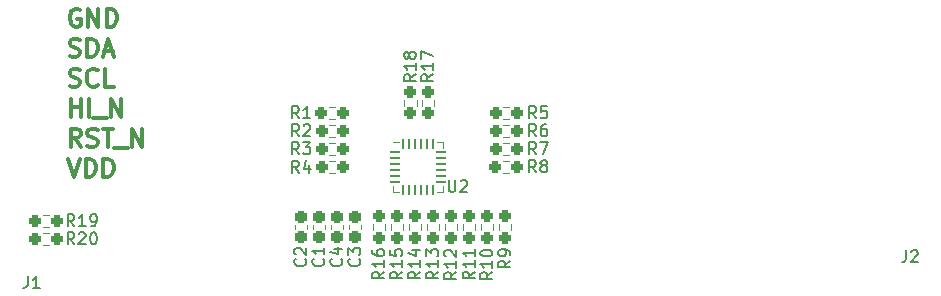
<source format=gto>
%TF.GenerationSoftware,KiCad,Pcbnew,7.0.5*%
%TF.CreationDate,2025-04-23T02:04:11+08:00*%
%TF.ProjectId,touch-test-board,746f7563-682d-4746-9573-742d626f6172,rev?*%
%TF.SameCoordinates,Original*%
%TF.FileFunction,Legend,Top*%
%TF.FilePolarity,Positive*%
%FSLAX46Y46*%
G04 Gerber Fmt 4.6, Leading zero omitted, Abs format (unit mm)*
G04 Created by KiCad (PCBNEW 7.0.5) date 2025-04-23 02:04:11*
%MOMM*%
%LPD*%
G01*
G04 APERTURE LIST*
G04 Aperture macros list*
%AMRoundRect*
0 Rectangle with rounded corners*
0 $1 Rounding radius*
0 $2 $3 $4 $5 $6 $7 $8 $9 X,Y pos of 4 corners*
0 Add a 4 corners polygon primitive as box body*
4,1,4,$2,$3,$4,$5,$6,$7,$8,$9,$2,$3,0*
0 Add four circle primitives for the rounded corners*
1,1,$1+$1,$2,$3*
1,1,$1+$1,$4,$5*
1,1,$1+$1,$6,$7*
1,1,$1+$1,$8,$9*
0 Add four rect primitives between the rounded corners*
20,1,$1+$1,$2,$3,$4,$5,0*
20,1,$1+$1,$4,$5,$6,$7,0*
20,1,$1+$1,$6,$7,$8,$9,0*
20,1,$1+$1,$8,$9,$2,$3,0*%
%AMFreePoly0*
4,1,7,2.000000,3.000000,6.000000,3.000000,6.000000,-8.000000,-4.000000,-8.000000,-4.000000,17.000000,2.000000,17.000000,2.000000,3.000000,2.000000,3.000000,$1*%
%AMFreePoly1*
4,1,9,2.000000,5.957574,5.000000,5.957574,5.000000,-5.000000,-5.000000,-5.000000,-5.000000,6.000000,-2.000000,6.000000,-2.000000,20.000000,2.000000,20.000000,2.000000,5.957574,2.000000,5.957574,$1*%
%AMFreePoly2*
4,1,7,5.000000,-5.060000,-5.000000,-5.060000,-5.000000,6.000000,-1.000000,6.000000,-1.000000,19.940000,5.000000,19.940000,5.000000,-5.060000,5.000000,-5.060000,$1*%
%AMFreePoly3*
4,1,7,-2.250000,6.000000,3.500000,6.000000,3.500000,-5.000000,-6.500000,-5.000000,-6.500000,20.000000,-2.250000,20.000000,-2.250000,6.000000,-2.250000,6.000000,$1*%
%AMFreePoly4*
4,1,9,2.500000,7.000000,6.000000,7.000000,6.000000,-4.000000,-4.500000,-4.000000,-4.500000,7.000000,-3.250000,7.000000,-3.250000,21.000000,2.500000,21.000000,2.500000,7.000000,2.500000,7.000000,$1*%
%AMFreePoly5*
4,1,9,4.250000,7.000000,6.000000,7.000000,6.000000,-4.000000,-4.500000,-4.000000,-4.500000,7.000000,-1.000000,7.000000,-1.000000,21.000000,4.250000,21.000000,4.250000,7.000000,4.250000,7.000000,$1*%
%AMFreePoly6*
4,1,7,5.000000,-4.000000,-4.500000,-4.000000,-4.500000,7.000000,0.750000,7.000000,0.750000,21.000000,5.000000,21.000000,5.000000,-4.000000,5.000000,-4.000000,$1*%
G04 Aperture macros list end*
%ADD10C,0.300000*%
%ADD11C,0.150000*%
%ADD12C,0.120000*%
%ADD13RoundRect,0.237500X0.237500X-0.250000X0.237500X0.250000X-0.237500X0.250000X-0.237500X-0.250000X0*%
%ADD14RoundRect,0.237500X-0.237500X0.300000X-0.237500X-0.300000X0.237500X-0.300000X0.237500X0.300000X0*%
%ADD15FreePoly0,0.000000*%
%ADD16R,6.000000X13.000000*%
%ADD17FreePoly1,0.000000*%
%ADD18FreePoly2,0.000000*%
%ADD19FreePoly3,0.000000*%
%ADD20FreePoly4,0.000000*%
%ADD21FreePoly5,0.000000*%
%ADD22FreePoly6,0.000000*%
%ADD23RoundRect,0.237500X-0.250000X-0.237500X0.250000X-0.237500X0.250000X0.237500X-0.250000X0.237500X0*%
%ADD24RoundRect,0.237500X0.250000X0.237500X-0.250000X0.237500X-0.250000X-0.237500X0.250000X-0.237500X0*%
%ADD25RoundRect,0.062500X-0.350000X-0.062500X0.350000X-0.062500X0.350000X0.062500X-0.350000X0.062500X0*%
%ADD26RoundRect,0.062500X-0.062500X-0.350000X0.062500X-0.350000X0.062500X0.350000X-0.062500X0.350000X0*%
%ADD27R,2.600000X2.600000*%
%ADD28R,10.000000X10.000000*%
%ADD29R,1.700000X1.700000*%
%ADD30O,1.700000X1.700000*%
G04 APERTURE END LIST*
D10*
X108185156Y-78698400D02*
X108399442Y-78769828D01*
X108399442Y-78769828D02*
X108756584Y-78769828D01*
X108756584Y-78769828D02*
X108899442Y-78698400D01*
X108899442Y-78698400D02*
X108970870Y-78626971D01*
X108970870Y-78626971D02*
X109042299Y-78484114D01*
X109042299Y-78484114D02*
X109042299Y-78341257D01*
X109042299Y-78341257D02*
X108970870Y-78198400D01*
X108970870Y-78198400D02*
X108899442Y-78126971D01*
X108899442Y-78126971D02*
X108756584Y-78055542D01*
X108756584Y-78055542D02*
X108470870Y-77984114D01*
X108470870Y-77984114D02*
X108328013Y-77912685D01*
X108328013Y-77912685D02*
X108256584Y-77841257D01*
X108256584Y-77841257D02*
X108185156Y-77698400D01*
X108185156Y-77698400D02*
X108185156Y-77555542D01*
X108185156Y-77555542D02*
X108256584Y-77412685D01*
X108256584Y-77412685D02*
X108328013Y-77341257D01*
X108328013Y-77341257D02*
X108470870Y-77269828D01*
X108470870Y-77269828D02*
X108828013Y-77269828D01*
X108828013Y-77269828D02*
X109042299Y-77341257D01*
X109685155Y-78769828D02*
X109685155Y-77269828D01*
X109685155Y-77269828D02*
X110042298Y-77269828D01*
X110042298Y-77269828D02*
X110256584Y-77341257D01*
X110256584Y-77341257D02*
X110399441Y-77484114D01*
X110399441Y-77484114D02*
X110470870Y-77626971D01*
X110470870Y-77626971D02*
X110542298Y-77912685D01*
X110542298Y-77912685D02*
X110542298Y-78126971D01*
X110542298Y-78126971D02*
X110470870Y-78412685D01*
X110470870Y-78412685D02*
X110399441Y-78555542D01*
X110399441Y-78555542D02*
X110256584Y-78698400D01*
X110256584Y-78698400D02*
X110042298Y-78769828D01*
X110042298Y-78769828D02*
X109685155Y-78769828D01*
X111113727Y-78341257D02*
X111828013Y-78341257D01*
X110970870Y-78769828D02*
X111470870Y-77269828D01*
X111470870Y-77269828D02*
X111970870Y-78769828D01*
X109042299Y-74801257D02*
X108899442Y-74729828D01*
X108899442Y-74729828D02*
X108685156Y-74729828D01*
X108685156Y-74729828D02*
X108470870Y-74801257D01*
X108470870Y-74801257D02*
X108328013Y-74944114D01*
X108328013Y-74944114D02*
X108256584Y-75086971D01*
X108256584Y-75086971D02*
X108185156Y-75372685D01*
X108185156Y-75372685D02*
X108185156Y-75586971D01*
X108185156Y-75586971D02*
X108256584Y-75872685D01*
X108256584Y-75872685D02*
X108328013Y-76015542D01*
X108328013Y-76015542D02*
X108470870Y-76158400D01*
X108470870Y-76158400D02*
X108685156Y-76229828D01*
X108685156Y-76229828D02*
X108828013Y-76229828D01*
X108828013Y-76229828D02*
X109042299Y-76158400D01*
X109042299Y-76158400D02*
X109113727Y-76086971D01*
X109113727Y-76086971D02*
X109113727Y-75586971D01*
X109113727Y-75586971D02*
X108828013Y-75586971D01*
X109756584Y-76229828D02*
X109756584Y-74729828D01*
X109756584Y-74729828D02*
X110613727Y-76229828D01*
X110613727Y-76229828D02*
X110613727Y-74729828D01*
X111328013Y-76229828D02*
X111328013Y-74729828D01*
X111328013Y-74729828D02*
X111685156Y-74729828D01*
X111685156Y-74729828D02*
X111899442Y-74801257D01*
X111899442Y-74801257D02*
X112042299Y-74944114D01*
X112042299Y-74944114D02*
X112113728Y-75086971D01*
X112113728Y-75086971D02*
X112185156Y-75372685D01*
X112185156Y-75372685D02*
X112185156Y-75586971D01*
X112185156Y-75586971D02*
X112113728Y-75872685D01*
X112113728Y-75872685D02*
X112042299Y-76015542D01*
X112042299Y-76015542D02*
X111899442Y-76158400D01*
X111899442Y-76158400D02*
X111685156Y-76229828D01*
X111685156Y-76229828D02*
X111328013Y-76229828D01*
X109113727Y-86389828D02*
X108613727Y-85675542D01*
X108256584Y-86389828D02*
X108256584Y-84889828D01*
X108256584Y-84889828D02*
X108828013Y-84889828D01*
X108828013Y-84889828D02*
X108970870Y-84961257D01*
X108970870Y-84961257D02*
X109042299Y-85032685D01*
X109042299Y-85032685D02*
X109113727Y-85175542D01*
X109113727Y-85175542D02*
X109113727Y-85389828D01*
X109113727Y-85389828D02*
X109042299Y-85532685D01*
X109042299Y-85532685D02*
X108970870Y-85604114D01*
X108970870Y-85604114D02*
X108828013Y-85675542D01*
X108828013Y-85675542D02*
X108256584Y-85675542D01*
X109685156Y-86318400D02*
X109899442Y-86389828D01*
X109899442Y-86389828D02*
X110256584Y-86389828D01*
X110256584Y-86389828D02*
X110399442Y-86318400D01*
X110399442Y-86318400D02*
X110470870Y-86246971D01*
X110470870Y-86246971D02*
X110542299Y-86104114D01*
X110542299Y-86104114D02*
X110542299Y-85961257D01*
X110542299Y-85961257D02*
X110470870Y-85818400D01*
X110470870Y-85818400D02*
X110399442Y-85746971D01*
X110399442Y-85746971D02*
X110256584Y-85675542D01*
X110256584Y-85675542D02*
X109970870Y-85604114D01*
X109970870Y-85604114D02*
X109828013Y-85532685D01*
X109828013Y-85532685D02*
X109756584Y-85461257D01*
X109756584Y-85461257D02*
X109685156Y-85318400D01*
X109685156Y-85318400D02*
X109685156Y-85175542D01*
X109685156Y-85175542D02*
X109756584Y-85032685D01*
X109756584Y-85032685D02*
X109828013Y-84961257D01*
X109828013Y-84961257D02*
X109970870Y-84889828D01*
X109970870Y-84889828D02*
X110328013Y-84889828D01*
X110328013Y-84889828D02*
X110542299Y-84961257D01*
X110970870Y-84889828D02*
X111828013Y-84889828D01*
X111399441Y-86389828D02*
X111399441Y-84889828D01*
X111970870Y-86532685D02*
X113113727Y-86532685D01*
X113470869Y-86389828D02*
X113470869Y-84889828D01*
X113470869Y-84889828D02*
X114328012Y-86389828D01*
X114328012Y-86389828D02*
X114328012Y-84889828D01*
X108185156Y-81238400D02*
X108399442Y-81309828D01*
X108399442Y-81309828D02*
X108756584Y-81309828D01*
X108756584Y-81309828D02*
X108899442Y-81238400D01*
X108899442Y-81238400D02*
X108970870Y-81166971D01*
X108970870Y-81166971D02*
X109042299Y-81024114D01*
X109042299Y-81024114D02*
X109042299Y-80881257D01*
X109042299Y-80881257D02*
X108970870Y-80738400D01*
X108970870Y-80738400D02*
X108899442Y-80666971D01*
X108899442Y-80666971D02*
X108756584Y-80595542D01*
X108756584Y-80595542D02*
X108470870Y-80524114D01*
X108470870Y-80524114D02*
X108328013Y-80452685D01*
X108328013Y-80452685D02*
X108256584Y-80381257D01*
X108256584Y-80381257D02*
X108185156Y-80238400D01*
X108185156Y-80238400D02*
X108185156Y-80095542D01*
X108185156Y-80095542D02*
X108256584Y-79952685D01*
X108256584Y-79952685D02*
X108328013Y-79881257D01*
X108328013Y-79881257D02*
X108470870Y-79809828D01*
X108470870Y-79809828D02*
X108828013Y-79809828D01*
X108828013Y-79809828D02*
X109042299Y-79881257D01*
X110542298Y-81166971D02*
X110470870Y-81238400D01*
X110470870Y-81238400D02*
X110256584Y-81309828D01*
X110256584Y-81309828D02*
X110113727Y-81309828D01*
X110113727Y-81309828D02*
X109899441Y-81238400D01*
X109899441Y-81238400D02*
X109756584Y-81095542D01*
X109756584Y-81095542D02*
X109685155Y-80952685D01*
X109685155Y-80952685D02*
X109613727Y-80666971D01*
X109613727Y-80666971D02*
X109613727Y-80452685D01*
X109613727Y-80452685D02*
X109685155Y-80166971D01*
X109685155Y-80166971D02*
X109756584Y-80024114D01*
X109756584Y-80024114D02*
X109899441Y-79881257D01*
X109899441Y-79881257D02*
X110113727Y-79809828D01*
X110113727Y-79809828D02*
X110256584Y-79809828D01*
X110256584Y-79809828D02*
X110470870Y-79881257D01*
X110470870Y-79881257D02*
X110542298Y-79952685D01*
X111899441Y-81309828D02*
X111185155Y-81309828D01*
X111185155Y-81309828D02*
X111185155Y-79809828D01*
X108256584Y-83849828D02*
X108256584Y-82349828D01*
X108256584Y-83064114D02*
X109113727Y-83064114D01*
X109113727Y-83849828D02*
X109113727Y-82349828D01*
X109828013Y-83849828D02*
X109828013Y-82349828D01*
X110185157Y-83992685D02*
X111328014Y-83992685D01*
X111685156Y-83849828D02*
X111685156Y-82349828D01*
X111685156Y-82349828D02*
X112542299Y-83849828D01*
X112542299Y-83849828D02*
X112542299Y-82349828D01*
X108042299Y-87429828D02*
X108542299Y-88929828D01*
X108542299Y-88929828D02*
X109042299Y-87429828D01*
X109542298Y-88929828D02*
X109542298Y-87429828D01*
X109542298Y-87429828D02*
X109899441Y-87429828D01*
X109899441Y-87429828D02*
X110113727Y-87501257D01*
X110113727Y-87501257D02*
X110256584Y-87644114D01*
X110256584Y-87644114D02*
X110328013Y-87786971D01*
X110328013Y-87786971D02*
X110399441Y-88072685D01*
X110399441Y-88072685D02*
X110399441Y-88286971D01*
X110399441Y-88286971D02*
X110328013Y-88572685D01*
X110328013Y-88572685D02*
X110256584Y-88715542D01*
X110256584Y-88715542D02*
X110113727Y-88858400D01*
X110113727Y-88858400D02*
X109899441Y-88929828D01*
X109899441Y-88929828D02*
X109542298Y-88929828D01*
X111042298Y-88929828D02*
X111042298Y-87429828D01*
X111042298Y-87429828D02*
X111399441Y-87429828D01*
X111399441Y-87429828D02*
X111613727Y-87501257D01*
X111613727Y-87501257D02*
X111756584Y-87644114D01*
X111756584Y-87644114D02*
X111828013Y-87786971D01*
X111828013Y-87786971D02*
X111899441Y-88072685D01*
X111899441Y-88072685D02*
X111899441Y-88286971D01*
X111899441Y-88286971D02*
X111828013Y-88572685D01*
X111828013Y-88572685D02*
X111756584Y-88715542D01*
X111756584Y-88715542D02*
X111613727Y-88858400D01*
X111613727Y-88858400D02*
X111399441Y-88929828D01*
X111399441Y-88929828D02*
X111042298Y-88929828D01*
D11*
%TO.C,R9*%
X145488819Y-96050166D02*
X145012628Y-96383499D01*
X145488819Y-96621594D02*
X144488819Y-96621594D01*
X144488819Y-96621594D02*
X144488819Y-96240642D01*
X144488819Y-96240642D02*
X144536438Y-96145404D01*
X144536438Y-96145404D02*
X144584057Y-96097785D01*
X144584057Y-96097785D02*
X144679295Y-96050166D01*
X144679295Y-96050166D02*
X144822152Y-96050166D01*
X144822152Y-96050166D02*
X144917390Y-96097785D01*
X144917390Y-96097785D02*
X144965009Y-96145404D01*
X144965009Y-96145404D02*
X145012628Y-96240642D01*
X145012628Y-96240642D02*
X145012628Y-96621594D01*
X145488819Y-95573975D02*
X145488819Y-95383499D01*
X145488819Y-95383499D02*
X145441200Y-95288261D01*
X145441200Y-95288261D02*
X145393580Y-95240642D01*
X145393580Y-95240642D02*
X145250723Y-95145404D01*
X145250723Y-95145404D02*
X145060247Y-95097785D01*
X145060247Y-95097785D02*
X144679295Y-95097785D01*
X144679295Y-95097785D02*
X144584057Y-95145404D01*
X144584057Y-95145404D02*
X144536438Y-95193023D01*
X144536438Y-95193023D02*
X144488819Y-95288261D01*
X144488819Y-95288261D02*
X144488819Y-95478737D01*
X144488819Y-95478737D02*
X144536438Y-95573975D01*
X144536438Y-95573975D02*
X144584057Y-95621594D01*
X144584057Y-95621594D02*
X144679295Y-95669213D01*
X144679295Y-95669213D02*
X144917390Y-95669213D01*
X144917390Y-95669213D02*
X145012628Y-95621594D01*
X145012628Y-95621594D02*
X145060247Y-95573975D01*
X145060247Y-95573975D02*
X145107866Y-95478737D01*
X145107866Y-95478737D02*
X145107866Y-95288261D01*
X145107866Y-95288261D02*
X145060247Y-95193023D01*
X145060247Y-95193023D02*
X145012628Y-95145404D01*
X145012628Y-95145404D02*
X144917390Y-95097785D01*
%TO.C,R10*%
X143964819Y-97034357D02*
X143488628Y-97367690D01*
X143964819Y-97605785D02*
X142964819Y-97605785D01*
X142964819Y-97605785D02*
X142964819Y-97224833D01*
X142964819Y-97224833D02*
X143012438Y-97129595D01*
X143012438Y-97129595D02*
X143060057Y-97081976D01*
X143060057Y-97081976D02*
X143155295Y-97034357D01*
X143155295Y-97034357D02*
X143298152Y-97034357D01*
X143298152Y-97034357D02*
X143393390Y-97081976D01*
X143393390Y-97081976D02*
X143441009Y-97129595D01*
X143441009Y-97129595D02*
X143488628Y-97224833D01*
X143488628Y-97224833D02*
X143488628Y-97605785D01*
X143964819Y-96081976D02*
X143964819Y-96653404D01*
X143964819Y-96367690D02*
X142964819Y-96367690D01*
X142964819Y-96367690D02*
X143107676Y-96462928D01*
X143107676Y-96462928D02*
X143202914Y-96558166D01*
X143202914Y-96558166D02*
X143250533Y-96653404D01*
X142964819Y-95462928D02*
X142964819Y-95367690D01*
X142964819Y-95367690D02*
X143012438Y-95272452D01*
X143012438Y-95272452D02*
X143060057Y-95224833D01*
X143060057Y-95224833D02*
X143155295Y-95177214D01*
X143155295Y-95177214D02*
X143345771Y-95129595D01*
X143345771Y-95129595D02*
X143583866Y-95129595D01*
X143583866Y-95129595D02*
X143774342Y-95177214D01*
X143774342Y-95177214D02*
X143869580Y-95224833D01*
X143869580Y-95224833D02*
X143917200Y-95272452D01*
X143917200Y-95272452D02*
X143964819Y-95367690D01*
X143964819Y-95367690D02*
X143964819Y-95462928D01*
X143964819Y-95462928D02*
X143917200Y-95558166D01*
X143917200Y-95558166D02*
X143869580Y-95605785D01*
X143869580Y-95605785D02*
X143774342Y-95653404D01*
X143774342Y-95653404D02*
X143583866Y-95701023D01*
X143583866Y-95701023D02*
X143345771Y-95701023D01*
X143345771Y-95701023D02*
X143155295Y-95653404D01*
X143155295Y-95653404D02*
X143060057Y-95605785D01*
X143060057Y-95605785D02*
X143012438Y-95558166D01*
X143012438Y-95558166D02*
X142964819Y-95462928D01*
%TO.C,C3*%
X132693580Y-95899666D02*
X132741200Y-95947285D01*
X132741200Y-95947285D02*
X132788819Y-96090142D01*
X132788819Y-96090142D02*
X132788819Y-96185380D01*
X132788819Y-96185380D02*
X132741200Y-96328237D01*
X132741200Y-96328237D02*
X132645961Y-96423475D01*
X132645961Y-96423475D02*
X132550723Y-96471094D01*
X132550723Y-96471094D02*
X132360247Y-96518713D01*
X132360247Y-96518713D02*
X132217390Y-96518713D01*
X132217390Y-96518713D02*
X132026914Y-96471094D01*
X132026914Y-96471094D02*
X131931676Y-96423475D01*
X131931676Y-96423475D02*
X131836438Y-96328237D01*
X131836438Y-96328237D02*
X131788819Y-96185380D01*
X131788819Y-96185380D02*
X131788819Y-96090142D01*
X131788819Y-96090142D02*
X131836438Y-95947285D01*
X131836438Y-95947285D02*
X131884057Y-95899666D01*
X131788819Y-95566332D02*
X131788819Y-94947285D01*
X131788819Y-94947285D02*
X132169771Y-95280618D01*
X132169771Y-95280618D02*
X132169771Y-95137761D01*
X132169771Y-95137761D02*
X132217390Y-95042523D01*
X132217390Y-95042523D02*
X132265009Y-94994904D01*
X132265009Y-94994904D02*
X132360247Y-94947285D01*
X132360247Y-94947285D02*
X132598342Y-94947285D01*
X132598342Y-94947285D02*
X132693580Y-94994904D01*
X132693580Y-94994904D02*
X132741200Y-95042523D01*
X132741200Y-95042523D02*
X132788819Y-95137761D01*
X132788819Y-95137761D02*
X132788819Y-95423475D01*
X132788819Y-95423475D02*
X132741200Y-95518713D01*
X132741200Y-95518713D02*
X132693580Y-95566332D01*
%TO.C,R18*%
X137490856Y-80273857D02*
X137014665Y-80607190D01*
X137490856Y-80845285D02*
X136490856Y-80845285D01*
X136490856Y-80845285D02*
X136490856Y-80464333D01*
X136490856Y-80464333D02*
X136538475Y-80369095D01*
X136538475Y-80369095D02*
X136586094Y-80321476D01*
X136586094Y-80321476D02*
X136681332Y-80273857D01*
X136681332Y-80273857D02*
X136824189Y-80273857D01*
X136824189Y-80273857D02*
X136919427Y-80321476D01*
X136919427Y-80321476D02*
X136967046Y-80369095D01*
X136967046Y-80369095D02*
X137014665Y-80464333D01*
X137014665Y-80464333D02*
X137014665Y-80845285D01*
X137490856Y-79321476D02*
X137490856Y-79892904D01*
X137490856Y-79607190D02*
X136490856Y-79607190D01*
X136490856Y-79607190D02*
X136633713Y-79702428D01*
X136633713Y-79702428D02*
X136728951Y-79797666D01*
X136728951Y-79797666D02*
X136776570Y-79892904D01*
X136919427Y-78750047D02*
X136871808Y-78845285D01*
X136871808Y-78845285D02*
X136824189Y-78892904D01*
X136824189Y-78892904D02*
X136728951Y-78940523D01*
X136728951Y-78940523D02*
X136681332Y-78940523D01*
X136681332Y-78940523D02*
X136586094Y-78892904D01*
X136586094Y-78892904D02*
X136538475Y-78845285D01*
X136538475Y-78845285D02*
X136490856Y-78750047D01*
X136490856Y-78750047D02*
X136490856Y-78559571D01*
X136490856Y-78559571D02*
X136538475Y-78464333D01*
X136538475Y-78464333D02*
X136586094Y-78416714D01*
X136586094Y-78416714D02*
X136681332Y-78369095D01*
X136681332Y-78369095D02*
X136728951Y-78369095D01*
X136728951Y-78369095D02*
X136824189Y-78416714D01*
X136824189Y-78416714D02*
X136871808Y-78464333D01*
X136871808Y-78464333D02*
X136919427Y-78559571D01*
X136919427Y-78559571D02*
X136919427Y-78750047D01*
X136919427Y-78750047D02*
X136967046Y-78845285D01*
X136967046Y-78845285D02*
X137014665Y-78892904D01*
X137014665Y-78892904D02*
X137109903Y-78940523D01*
X137109903Y-78940523D02*
X137300379Y-78940523D01*
X137300379Y-78940523D02*
X137395617Y-78892904D01*
X137395617Y-78892904D02*
X137443237Y-78845285D01*
X137443237Y-78845285D02*
X137490856Y-78750047D01*
X137490856Y-78750047D02*
X137490856Y-78559571D01*
X137490856Y-78559571D02*
X137443237Y-78464333D01*
X137443237Y-78464333D02*
X137395617Y-78416714D01*
X137395617Y-78416714D02*
X137300379Y-78369095D01*
X137300379Y-78369095D02*
X137109903Y-78369095D01*
X137109903Y-78369095D02*
X137014665Y-78416714D01*
X137014665Y-78416714D02*
X136967046Y-78464333D01*
X136967046Y-78464333D02*
X136919427Y-78559571D01*
%TO.C,R13*%
X139392819Y-96987357D02*
X138916628Y-97320690D01*
X139392819Y-97558785D02*
X138392819Y-97558785D01*
X138392819Y-97558785D02*
X138392819Y-97177833D01*
X138392819Y-97177833D02*
X138440438Y-97082595D01*
X138440438Y-97082595D02*
X138488057Y-97034976D01*
X138488057Y-97034976D02*
X138583295Y-96987357D01*
X138583295Y-96987357D02*
X138726152Y-96987357D01*
X138726152Y-96987357D02*
X138821390Y-97034976D01*
X138821390Y-97034976D02*
X138869009Y-97082595D01*
X138869009Y-97082595D02*
X138916628Y-97177833D01*
X138916628Y-97177833D02*
X138916628Y-97558785D01*
X139392819Y-96034976D02*
X139392819Y-96606404D01*
X139392819Y-96320690D02*
X138392819Y-96320690D01*
X138392819Y-96320690D02*
X138535676Y-96415928D01*
X138535676Y-96415928D02*
X138630914Y-96511166D01*
X138630914Y-96511166D02*
X138678533Y-96606404D01*
X138392819Y-95701642D02*
X138392819Y-95082595D01*
X138392819Y-95082595D02*
X138773771Y-95415928D01*
X138773771Y-95415928D02*
X138773771Y-95273071D01*
X138773771Y-95273071D02*
X138821390Y-95177833D01*
X138821390Y-95177833D02*
X138869009Y-95130214D01*
X138869009Y-95130214D02*
X138964247Y-95082595D01*
X138964247Y-95082595D02*
X139202342Y-95082595D01*
X139202342Y-95082595D02*
X139297580Y-95130214D01*
X139297580Y-95130214D02*
X139345200Y-95177833D01*
X139345200Y-95177833D02*
X139392819Y-95273071D01*
X139392819Y-95273071D02*
X139392819Y-95558785D01*
X139392819Y-95558785D02*
X139345200Y-95654023D01*
X139345200Y-95654023D02*
X139297580Y-95701642D01*
%TO.C,J1*%
X104640277Y-97373819D02*
X104640277Y-98088104D01*
X104640277Y-98088104D02*
X104592658Y-98230961D01*
X104592658Y-98230961D02*
X104497420Y-98326200D01*
X104497420Y-98326200D02*
X104354563Y-98373819D01*
X104354563Y-98373819D02*
X104259325Y-98373819D01*
X105640277Y-98373819D02*
X105068849Y-98373819D01*
X105354563Y-98373819D02*
X105354563Y-97373819D01*
X105354563Y-97373819D02*
X105259325Y-97516676D01*
X105259325Y-97516676D02*
X105164087Y-97611914D01*
X105164087Y-97611914D02*
X105068849Y-97659533D01*
%TO.C,R2*%
X127621870Y-85519819D02*
X127288537Y-85043628D01*
X127050442Y-85519819D02*
X127050442Y-84519819D01*
X127050442Y-84519819D02*
X127431394Y-84519819D01*
X127431394Y-84519819D02*
X127526632Y-84567438D01*
X127526632Y-84567438D02*
X127574251Y-84615057D01*
X127574251Y-84615057D02*
X127621870Y-84710295D01*
X127621870Y-84710295D02*
X127621870Y-84853152D01*
X127621870Y-84853152D02*
X127574251Y-84948390D01*
X127574251Y-84948390D02*
X127526632Y-84996009D01*
X127526632Y-84996009D02*
X127431394Y-85043628D01*
X127431394Y-85043628D02*
X127050442Y-85043628D01*
X128002823Y-84615057D02*
X128050442Y-84567438D01*
X128050442Y-84567438D02*
X128145680Y-84519819D01*
X128145680Y-84519819D02*
X128383775Y-84519819D01*
X128383775Y-84519819D02*
X128479013Y-84567438D01*
X128479013Y-84567438D02*
X128526632Y-84615057D01*
X128526632Y-84615057D02*
X128574251Y-84710295D01*
X128574251Y-84710295D02*
X128574251Y-84805533D01*
X128574251Y-84805533D02*
X128526632Y-84948390D01*
X128526632Y-84948390D02*
X127955204Y-85519819D01*
X127955204Y-85519819D02*
X128574251Y-85519819D01*
%TO.C,R4*%
X127606870Y-88597819D02*
X127273537Y-88121628D01*
X127035442Y-88597819D02*
X127035442Y-87597819D01*
X127035442Y-87597819D02*
X127416394Y-87597819D01*
X127416394Y-87597819D02*
X127511632Y-87645438D01*
X127511632Y-87645438D02*
X127559251Y-87693057D01*
X127559251Y-87693057D02*
X127606870Y-87788295D01*
X127606870Y-87788295D02*
X127606870Y-87931152D01*
X127606870Y-87931152D02*
X127559251Y-88026390D01*
X127559251Y-88026390D02*
X127511632Y-88074009D01*
X127511632Y-88074009D02*
X127416394Y-88121628D01*
X127416394Y-88121628D02*
X127035442Y-88121628D01*
X128464013Y-87931152D02*
X128464013Y-88597819D01*
X128225918Y-87550200D02*
X127987823Y-88264485D01*
X127987823Y-88264485D02*
X128606870Y-88264485D01*
%TO.C,C1*%
X129645580Y-95899666D02*
X129693200Y-95947285D01*
X129693200Y-95947285D02*
X129740819Y-96090142D01*
X129740819Y-96090142D02*
X129740819Y-96185380D01*
X129740819Y-96185380D02*
X129693200Y-96328237D01*
X129693200Y-96328237D02*
X129597961Y-96423475D01*
X129597961Y-96423475D02*
X129502723Y-96471094D01*
X129502723Y-96471094D02*
X129312247Y-96518713D01*
X129312247Y-96518713D02*
X129169390Y-96518713D01*
X129169390Y-96518713D02*
X128978914Y-96471094D01*
X128978914Y-96471094D02*
X128883676Y-96423475D01*
X128883676Y-96423475D02*
X128788438Y-96328237D01*
X128788438Y-96328237D02*
X128740819Y-96185380D01*
X128740819Y-96185380D02*
X128740819Y-96090142D01*
X128740819Y-96090142D02*
X128788438Y-95947285D01*
X128788438Y-95947285D02*
X128836057Y-95899666D01*
X129740819Y-94947285D02*
X129740819Y-95518713D01*
X129740819Y-95232999D02*
X128740819Y-95232999D01*
X128740819Y-95232999D02*
X128883676Y-95328237D01*
X128883676Y-95328237D02*
X128978914Y-95423475D01*
X128978914Y-95423475D02*
X129026533Y-95518713D01*
%TO.C,R8*%
X147661333Y-88567819D02*
X147328000Y-88091628D01*
X147089905Y-88567819D02*
X147089905Y-87567819D01*
X147089905Y-87567819D02*
X147470857Y-87567819D01*
X147470857Y-87567819D02*
X147566095Y-87615438D01*
X147566095Y-87615438D02*
X147613714Y-87663057D01*
X147613714Y-87663057D02*
X147661333Y-87758295D01*
X147661333Y-87758295D02*
X147661333Y-87901152D01*
X147661333Y-87901152D02*
X147613714Y-87996390D01*
X147613714Y-87996390D02*
X147566095Y-88044009D01*
X147566095Y-88044009D02*
X147470857Y-88091628D01*
X147470857Y-88091628D02*
X147089905Y-88091628D01*
X148232762Y-87996390D02*
X148137524Y-87948771D01*
X148137524Y-87948771D02*
X148089905Y-87901152D01*
X148089905Y-87901152D02*
X148042286Y-87805914D01*
X148042286Y-87805914D02*
X148042286Y-87758295D01*
X148042286Y-87758295D02*
X148089905Y-87663057D01*
X148089905Y-87663057D02*
X148137524Y-87615438D01*
X148137524Y-87615438D02*
X148232762Y-87567819D01*
X148232762Y-87567819D02*
X148423238Y-87567819D01*
X148423238Y-87567819D02*
X148518476Y-87615438D01*
X148518476Y-87615438D02*
X148566095Y-87663057D01*
X148566095Y-87663057D02*
X148613714Y-87758295D01*
X148613714Y-87758295D02*
X148613714Y-87805914D01*
X148613714Y-87805914D02*
X148566095Y-87901152D01*
X148566095Y-87901152D02*
X148518476Y-87948771D01*
X148518476Y-87948771D02*
X148423238Y-87996390D01*
X148423238Y-87996390D02*
X148232762Y-87996390D01*
X148232762Y-87996390D02*
X148137524Y-88044009D01*
X148137524Y-88044009D02*
X148089905Y-88091628D01*
X148089905Y-88091628D02*
X148042286Y-88186866D01*
X148042286Y-88186866D02*
X148042286Y-88377342D01*
X148042286Y-88377342D02*
X148089905Y-88472580D01*
X148089905Y-88472580D02*
X148137524Y-88520200D01*
X148137524Y-88520200D02*
X148232762Y-88567819D01*
X148232762Y-88567819D02*
X148423238Y-88567819D01*
X148423238Y-88567819D02*
X148518476Y-88520200D01*
X148518476Y-88520200D02*
X148566095Y-88472580D01*
X148566095Y-88472580D02*
X148613714Y-88377342D01*
X148613714Y-88377342D02*
X148613714Y-88186866D01*
X148613714Y-88186866D02*
X148566095Y-88091628D01*
X148566095Y-88091628D02*
X148518476Y-88044009D01*
X148518476Y-88044009D02*
X148423238Y-87996390D01*
%TO.C,R20*%
X108583216Y-94663819D02*
X108249883Y-94187628D01*
X108011788Y-94663819D02*
X108011788Y-93663819D01*
X108011788Y-93663819D02*
X108392740Y-93663819D01*
X108392740Y-93663819D02*
X108487978Y-93711438D01*
X108487978Y-93711438D02*
X108535597Y-93759057D01*
X108535597Y-93759057D02*
X108583216Y-93854295D01*
X108583216Y-93854295D02*
X108583216Y-93997152D01*
X108583216Y-93997152D02*
X108535597Y-94092390D01*
X108535597Y-94092390D02*
X108487978Y-94140009D01*
X108487978Y-94140009D02*
X108392740Y-94187628D01*
X108392740Y-94187628D02*
X108011788Y-94187628D01*
X108964169Y-93759057D02*
X109011788Y-93711438D01*
X109011788Y-93711438D02*
X109107026Y-93663819D01*
X109107026Y-93663819D02*
X109345121Y-93663819D01*
X109345121Y-93663819D02*
X109440359Y-93711438D01*
X109440359Y-93711438D02*
X109487978Y-93759057D01*
X109487978Y-93759057D02*
X109535597Y-93854295D01*
X109535597Y-93854295D02*
X109535597Y-93949533D01*
X109535597Y-93949533D02*
X109487978Y-94092390D01*
X109487978Y-94092390D02*
X108916550Y-94663819D01*
X108916550Y-94663819D02*
X109535597Y-94663819D01*
X110154645Y-93663819D02*
X110249883Y-93663819D01*
X110249883Y-93663819D02*
X110345121Y-93711438D01*
X110345121Y-93711438D02*
X110392740Y-93759057D01*
X110392740Y-93759057D02*
X110440359Y-93854295D01*
X110440359Y-93854295D02*
X110487978Y-94044771D01*
X110487978Y-94044771D02*
X110487978Y-94282866D01*
X110487978Y-94282866D02*
X110440359Y-94473342D01*
X110440359Y-94473342D02*
X110392740Y-94568580D01*
X110392740Y-94568580D02*
X110345121Y-94616200D01*
X110345121Y-94616200D02*
X110249883Y-94663819D01*
X110249883Y-94663819D02*
X110154645Y-94663819D01*
X110154645Y-94663819D02*
X110059407Y-94616200D01*
X110059407Y-94616200D02*
X110011788Y-94568580D01*
X110011788Y-94568580D02*
X109964169Y-94473342D01*
X109964169Y-94473342D02*
X109916550Y-94282866D01*
X109916550Y-94282866D02*
X109916550Y-94044771D01*
X109916550Y-94044771D02*
X109964169Y-93854295D01*
X109964169Y-93854295D02*
X110011788Y-93759057D01*
X110011788Y-93759057D02*
X110059407Y-93711438D01*
X110059407Y-93711438D02*
X110154645Y-93663819D01*
%TO.C,C2*%
X128121580Y-95899666D02*
X128169200Y-95947285D01*
X128169200Y-95947285D02*
X128216819Y-96090142D01*
X128216819Y-96090142D02*
X128216819Y-96185380D01*
X128216819Y-96185380D02*
X128169200Y-96328237D01*
X128169200Y-96328237D02*
X128073961Y-96423475D01*
X128073961Y-96423475D02*
X127978723Y-96471094D01*
X127978723Y-96471094D02*
X127788247Y-96518713D01*
X127788247Y-96518713D02*
X127645390Y-96518713D01*
X127645390Y-96518713D02*
X127454914Y-96471094D01*
X127454914Y-96471094D02*
X127359676Y-96423475D01*
X127359676Y-96423475D02*
X127264438Y-96328237D01*
X127264438Y-96328237D02*
X127216819Y-96185380D01*
X127216819Y-96185380D02*
X127216819Y-96090142D01*
X127216819Y-96090142D02*
X127264438Y-95947285D01*
X127264438Y-95947285D02*
X127312057Y-95899666D01*
X127312057Y-95518713D02*
X127264438Y-95471094D01*
X127264438Y-95471094D02*
X127216819Y-95375856D01*
X127216819Y-95375856D02*
X127216819Y-95137761D01*
X127216819Y-95137761D02*
X127264438Y-95042523D01*
X127264438Y-95042523D02*
X127312057Y-94994904D01*
X127312057Y-94994904D02*
X127407295Y-94947285D01*
X127407295Y-94947285D02*
X127502533Y-94947285D01*
X127502533Y-94947285D02*
X127645390Y-94994904D01*
X127645390Y-94994904D02*
X128216819Y-95566332D01*
X128216819Y-95566332D02*
X128216819Y-94947285D01*
%TO.C,R17*%
X138956430Y-80273857D02*
X138480239Y-80607190D01*
X138956430Y-80845285D02*
X137956430Y-80845285D01*
X137956430Y-80845285D02*
X137956430Y-80464333D01*
X137956430Y-80464333D02*
X138004049Y-80369095D01*
X138004049Y-80369095D02*
X138051668Y-80321476D01*
X138051668Y-80321476D02*
X138146906Y-80273857D01*
X138146906Y-80273857D02*
X138289763Y-80273857D01*
X138289763Y-80273857D02*
X138385001Y-80321476D01*
X138385001Y-80321476D02*
X138432620Y-80369095D01*
X138432620Y-80369095D02*
X138480239Y-80464333D01*
X138480239Y-80464333D02*
X138480239Y-80845285D01*
X138956430Y-79321476D02*
X138956430Y-79892904D01*
X138956430Y-79607190D02*
X137956430Y-79607190D01*
X137956430Y-79607190D02*
X138099287Y-79702428D01*
X138099287Y-79702428D02*
X138194525Y-79797666D01*
X138194525Y-79797666D02*
X138242144Y-79892904D01*
X137956430Y-78988142D02*
X137956430Y-78321476D01*
X137956430Y-78321476D02*
X138956430Y-78750047D01*
%TO.C,R5*%
X147687870Y-83995819D02*
X147354537Y-83519628D01*
X147116442Y-83995819D02*
X147116442Y-82995819D01*
X147116442Y-82995819D02*
X147497394Y-82995819D01*
X147497394Y-82995819D02*
X147592632Y-83043438D01*
X147592632Y-83043438D02*
X147640251Y-83091057D01*
X147640251Y-83091057D02*
X147687870Y-83186295D01*
X147687870Y-83186295D02*
X147687870Y-83329152D01*
X147687870Y-83329152D02*
X147640251Y-83424390D01*
X147640251Y-83424390D02*
X147592632Y-83472009D01*
X147592632Y-83472009D02*
X147497394Y-83519628D01*
X147497394Y-83519628D02*
X147116442Y-83519628D01*
X148592632Y-82995819D02*
X148116442Y-82995819D01*
X148116442Y-82995819D02*
X148068823Y-83472009D01*
X148068823Y-83472009D02*
X148116442Y-83424390D01*
X148116442Y-83424390D02*
X148211680Y-83376771D01*
X148211680Y-83376771D02*
X148449775Y-83376771D01*
X148449775Y-83376771D02*
X148545013Y-83424390D01*
X148545013Y-83424390D02*
X148592632Y-83472009D01*
X148592632Y-83472009D02*
X148640251Y-83567247D01*
X148640251Y-83567247D02*
X148640251Y-83805342D01*
X148640251Y-83805342D02*
X148592632Y-83900580D01*
X148592632Y-83900580D02*
X148545013Y-83948200D01*
X148545013Y-83948200D02*
X148449775Y-83995819D01*
X148449775Y-83995819D02*
X148211680Y-83995819D01*
X148211680Y-83995819D02*
X148116442Y-83948200D01*
X148116442Y-83948200D02*
X148068823Y-83900580D01*
%TO.C,U2*%
X140279706Y-89245819D02*
X140279706Y-90055342D01*
X140279706Y-90055342D02*
X140327325Y-90150580D01*
X140327325Y-90150580D02*
X140374944Y-90198200D01*
X140374944Y-90198200D02*
X140470182Y-90245819D01*
X140470182Y-90245819D02*
X140660658Y-90245819D01*
X140660658Y-90245819D02*
X140755896Y-90198200D01*
X140755896Y-90198200D02*
X140803515Y-90150580D01*
X140803515Y-90150580D02*
X140851134Y-90055342D01*
X140851134Y-90055342D02*
X140851134Y-89245819D01*
X141279706Y-89341057D02*
X141327325Y-89293438D01*
X141327325Y-89293438D02*
X141422563Y-89245819D01*
X141422563Y-89245819D02*
X141660658Y-89245819D01*
X141660658Y-89245819D02*
X141755896Y-89293438D01*
X141755896Y-89293438D02*
X141803515Y-89341057D01*
X141803515Y-89341057D02*
X141851134Y-89436295D01*
X141851134Y-89436295D02*
X141851134Y-89531533D01*
X141851134Y-89531533D02*
X141803515Y-89674390D01*
X141803515Y-89674390D02*
X141232087Y-90245819D01*
X141232087Y-90245819D02*
X141851134Y-90245819D01*
%TO.C,R7*%
X147687870Y-87043819D02*
X147354537Y-86567628D01*
X147116442Y-87043819D02*
X147116442Y-86043819D01*
X147116442Y-86043819D02*
X147497394Y-86043819D01*
X147497394Y-86043819D02*
X147592632Y-86091438D01*
X147592632Y-86091438D02*
X147640251Y-86139057D01*
X147640251Y-86139057D02*
X147687870Y-86234295D01*
X147687870Y-86234295D02*
X147687870Y-86377152D01*
X147687870Y-86377152D02*
X147640251Y-86472390D01*
X147640251Y-86472390D02*
X147592632Y-86520009D01*
X147592632Y-86520009D02*
X147497394Y-86567628D01*
X147497394Y-86567628D02*
X147116442Y-86567628D01*
X148021204Y-86043819D02*
X148687870Y-86043819D01*
X148687870Y-86043819D02*
X148259299Y-87043819D01*
%TO.C,R14*%
X137868819Y-96987357D02*
X137392628Y-97320690D01*
X137868819Y-97558785D02*
X136868819Y-97558785D01*
X136868819Y-97558785D02*
X136868819Y-97177833D01*
X136868819Y-97177833D02*
X136916438Y-97082595D01*
X136916438Y-97082595D02*
X136964057Y-97034976D01*
X136964057Y-97034976D02*
X137059295Y-96987357D01*
X137059295Y-96987357D02*
X137202152Y-96987357D01*
X137202152Y-96987357D02*
X137297390Y-97034976D01*
X137297390Y-97034976D02*
X137345009Y-97082595D01*
X137345009Y-97082595D02*
X137392628Y-97177833D01*
X137392628Y-97177833D02*
X137392628Y-97558785D01*
X137868819Y-96034976D02*
X137868819Y-96606404D01*
X137868819Y-96320690D02*
X136868819Y-96320690D01*
X136868819Y-96320690D02*
X137011676Y-96415928D01*
X137011676Y-96415928D02*
X137106914Y-96511166D01*
X137106914Y-96511166D02*
X137154533Y-96606404D01*
X137202152Y-95177833D02*
X137868819Y-95177833D01*
X136821200Y-95415928D02*
X137535485Y-95654023D01*
X137535485Y-95654023D02*
X137535485Y-95034976D01*
%TO.C,R16*%
X134820819Y-96987357D02*
X134344628Y-97320690D01*
X134820819Y-97558785D02*
X133820819Y-97558785D01*
X133820819Y-97558785D02*
X133820819Y-97177833D01*
X133820819Y-97177833D02*
X133868438Y-97082595D01*
X133868438Y-97082595D02*
X133916057Y-97034976D01*
X133916057Y-97034976D02*
X134011295Y-96987357D01*
X134011295Y-96987357D02*
X134154152Y-96987357D01*
X134154152Y-96987357D02*
X134249390Y-97034976D01*
X134249390Y-97034976D02*
X134297009Y-97082595D01*
X134297009Y-97082595D02*
X134344628Y-97177833D01*
X134344628Y-97177833D02*
X134344628Y-97558785D01*
X134820819Y-96034976D02*
X134820819Y-96606404D01*
X134820819Y-96320690D02*
X133820819Y-96320690D01*
X133820819Y-96320690D02*
X133963676Y-96415928D01*
X133963676Y-96415928D02*
X134058914Y-96511166D01*
X134058914Y-96511166D02*
X134106533Y-96606404D01*
X133820819Y-95177833D02*
X133820819Y-95368309D01*
X133820819Y-95368309D02*
X133868438Y-95463547D01*
X133868438Y-95463547D02*
X133916057Y-95511166D01*
X133916057Y-95511166D02*
X134058914Y-95606404D01*
X134058914Y-95606404D02*
X134249390Y-95654023D01*
X134249390Y-95654023D02*
X134630342Y-95654023D01*
X134630342Y-95654023D02*
X134725580Y-95606404D01*
X134725580Y-95606404D02*
X134773200Y-95558785D01*
X134773200Y-95558785D02*
X134820819Y-95463547D01*
X134820819Y-95463547D02*
X134820819Y-95273071D01*
X134820819Y-95273071D02*
X134773200Y-95177833D01*
X134773200Y-95177833D02*
X134725580Y-95130214D01*
X134725580Y-95130214D02*
X134630342Y-95082595D01*
X134630342Y-95082595D02*
X134392247Y-95082595D01*
X134392247Y-95082595D02*
X134297009Y-95130214D01*
X134297009Y-95130214D02*
X134249390Y-95177833D01*
X134249390Y-95177833D02*
X134201771Y-95273071D01*
X134201771Y-95273071D02*
X134201771Y-95463547D01*
X134201771Y-95463547D02*
X134249390Y-95558785D01*
X134249390Y-95558785D02*
X134297009Y-95606404D01*
X134297009Y-95606404D02*
X134392247Y-95654023D01*
%TO.C,R1*%
X127595333Y-83995819D02*
X127262000Y-83519628D01*
X127023905Y-83995819D02*
X127023905Y-82995819D01*
X127023905Y-82995819D02*
X127404857Y-82995819D01*
X127404857Y-82995819D02*
X127500095Y-83043438D01*
X127500095Y-83043438D02*
X127547714Y-83091057D01*
X127547714Y-83091057D02*
X127595333Y-83186295D01*
X127595333Y-83186295D02*
X127595333Y-83329152D01*
X127595333Y-83329152D02*
X127547714Y-83424390D01*
X127547714Y-83424390D02*
X127500095Y-83472009D01*
X127500095Y-83472009D02*
X127404857Y-83519628D01*
X127404857Y-83519628D02*
X127023905Y-83519628D01*
X128547714Y-83995819D02*
X127976286Y-83995819D01*
X128262000Y-83995819D02*
X128262000Y-82995819D01*
X128262000Y-82995819D02*
X128166762Y-83138676D01*
X128166762Y-83138676D02*
X128071524Y-83233914D01*
X128071524Y-83233914D02*
X127976286Y-83281533D01*
%TO.C,R11*%
X142470819Y-96987357D02*
X141994628Y-97320690D01*
X142470819Y-97558785D02*
X141470819Y-97558785D01*
X141470819Y-97558785D02*
X141470819Y-97177833D01*
X141470819Y-97177833D02*
X141518438Y-97082595D01*
X141518438Y-97082595D02*
X141566057Y-97034976D01*
X141566057Y-97034976D02*
X141661295Y-96987357D01*
X141661295Y-96987357D02*
X141804152Y-96987357D01*
X141804152Y-96987357D02*
X141899390Y-97034976D01*
X141899390Y-97034976D02*
X141947009Y-97082595D01*
X141947009Y-97082595D02*
X141994628Y-97177833D01*
X141994628Y-97177833D02*
X141994628Y-97558785D01*
X142470819Y-96034976D02*
X142470819Y-96606404D01*
X142470819Y-96320690D02*
X141470819Y-96320690D01*
X141470819Y-96320690D02*
X141613676Y-96415928D01*
X141613676Y-96415928D02*
X141708914Y-96511166D01*
X141708914Y-96511166D02*
X141756533Y-96606404D01*
X142470819Y-95082595D02*
X142470819Y-95654023D01*
X142470819Y-95368309D02*
X141470819Y-95368309D01*
X141470819Y-95368309D02*
X141613676Y-95463547D01*
X141613676Y-95463547D02*
X141708914Y-95558785D01*
X141708914Y-95558785D02*
X141756533Y-95654023D01*
%TO.C,C4*%
X131169580Y-95899666D02*
X131217200Y-95947285D01*
X131217200Y-95947285D02*
X131264819Y-96090142D01*
X131264819Y-96090142D02*
X131264819Y-96185380D01*
X131264819Y-96185380D02*
X131217200Y-96328237D01*
X131217200Y-96328237D02*
X131121961Y-96423475D01*
X131121961Y-96423475D02*
X131026723Y-96471094D01*
X131026723Y-96471094D02*
X130836247Y-96518713D01*
X130836247Y-96518713D02*
X130693390Y-96518713D01*
X130693390Y-96518713D02*
X130502914Y-96471094D01*
X130502914Y-96471094D02*
X130407676Y-96423475D01*
X130407676Y-96423475D02*
X130312438Y-96328237D01*
X130312438Y-96328237D02*
X130264819Y-96185380D01*
X130264819Y-96185380D02*
X130264819Y-96090142D01*
X130264819Y-96090142D02*
X130312438Y-95947285D01*
X130312438Y-95947285D02*
X130360057Y-95899666D01*
X130598152Y-95042523D02*
X131264819Y-95042523D01*
X130217200Y-95280618D02*
X130931485Y-95518713D01*
X130931485Y-95518713D02*
X130931485Y-94899666D01*
%TO.C,J2*%
X178996740Y-95187819D02*
X178996740Y-95902104D01*
X178996740Y-95902104D02*
X178949121Y-96044961D01*
X178949121Y-96044961D02*
X178853883Y-96140200D01*
X178853883Y-96140200D02*
X178711026Y-96187819D01*
X178711026Y-96187819D02*
X178615788Y-96187819D01*
X179425312Y-95283057D02*
X179472931Y-95235438D01*
X179472931Y-95235438D02*
X179568169Y-95187819D01*
X179568169Y-95187819D02*
X179806264Y-95187819D01*
X179806264Y-95187819D02*
X179901502Y-95235438D01*
X179901502Y-95235438D02*
X179949121Y-95283057D01*
X179949121Y-95283057D02*
X179996740Y-95378295D01*
X179996740Y-95378295D02*
X179996740Y-95473533D01*
X179996740Y-95473533D02*
X179949121Y-95616390D01*
X179949121Y-95616390D02*
X179377693Y-96187819D01*
X179377693Y-96187819D02*
X179996740Y-96187819D01*
%TO.C,R15*%
X136344819Y-96987357D02*
X135868628Y-97320690D01*
X136344819Y-97558785D02*
X135344819Y-97558785D01*
X135344819Y-97558785D02*
X135344819Y-97177833D01*
X135344819Y-97177833D02*
X135392438Y-97082595D01*
X135392438Y-97082595D02*
X135440057Y-97034976D01*
X135440057Y-97034976D02*
X135535295Y-96987357D01*
X135535295Y-96987357D02*
X135678152Y-96987357D01*
X135678152Y-96987357D02*
X135773390Y-97034976D01*
X135773390Y-97034976D02*
X135821009Y-97082595D01*
X135821009Y-97082595D02*
X135868628Y-97177833D01*
X135868628Y-97177833D02*
X135868628Y-97558785D01*
X136344819Y-96034976D02*
X136344819Y-96606404D01*
X136344819Y-96320690D02*
X135344819Y-96320690D01*
X135344819Y-96320690D02*
X135487676Y-96415928D01*
X135487676Y-96415928D02*
X135582914Y-96511166D01*
X135582914Y-96511166D02*
X135630533Y-96606404D01*
X135344819Y-95130214D02*
X135344819Y-95606404D01*
X135344819Y-95606404D02*
X135821009Y-95654023D01*
X135821009Y-95654023D02*
X135773390Y-95606404D01*
X135773390Y-95606404D02*
X135725771Y-95511166D01*
X135725771Y-95511166D02*
X135725771Y-95273071D01*
X135725771Y-95273071D02*
X135773390Y-95177833D01*
X135773390Y-95177833D02*
X135821009Y-95130214D01*
X135821009Y-95130214D02*
X135916247Y-95082595D01*
X135916247Y-95082595D02*
X136154342Y-95082595D01*
X136154342Y-95082595D02*
X136249580Y-95130214D01*
X136249580Y-95130214D02*
X136297200Y-95177833D01*
X136297200Y-95177833D02*
X136344819Y-95273071D01*
X136344819Y-95273071D02*
X136344819Y-95511166D01*
X136344819Y-95511166D02*
X136297200Y-95606404D01*
X136297200Y-95606404D02*
X136249580Y-95654023D01*
%TO.C,R6*%
X147687870Y-85519819D02*
X147354537Y-85043628D01*
X147116442Y-85519819D02*
X147116442Y-84519819D01*
X147116442Y-84519819D02*
X147497394Y-84519819D01*
X147497394Y-84519819D02*
X147592632Y-84567438D01*
X147592632Y-84567438D02*
X147640251Y-84615057D01*
X147640251Y-84615057D02*
X147687870Y-84710295D01*
X147687870Y-84710295D02*
X147687870Y-84853152D01*
X147687870Y-84853152D02*
X147640251Y-84948390D01*
X147640251Y-84948390D02*
X147592632Y-84996009D01*
X147592632Y-84996009D02*
X147497394Y-85043628D01*
X147497394Y-85043628D02*
X147116442Y-85043628D01*
X148545013Y-84519819D02*
X148354537Y-84519819D01*
X148354537Y-84519819D02*
X148259299Y-84567438D01*
X148259299Y-84567438D02*
X148211680Y-84615057D01*
X148211680Y-84615057D02*
X148116442Y-84757914D01*
X148116442Y-84757914D02*
X148068823Y-84948390D01*
X148068823Y-84948390D02*
X148068823Y-85329342D01*
X148068823Y-85329342D02*
X148116442Y-85424580D01*
X148116442Y-85424580D02*
X148164061Y-85472200D01*
X148164061Y-85472200D02*
X148259299Y-85519819D01*
X148259299Y-85519819D02*
X148449775Y-85519819D01*
X148449775Y-85519819D02*
X148545013Y-85472200D01*
X148545013Y-85472200D02*
X148592632Y-85424580D01*
X148592632Y-85424580D02*
X148640251Y-85329342D01*
X148640251Y-85329342D02*
X148640251Y-85091247D01*
X148640251Y-85091247D02*
X148592632Y-84996009D01*
X148592632Y-84996009D02*
X148545013Y-84948390D01*
X148545013Y-84948390D02*
X148449775Y-84900771D01*
X148449775Y-84900771D02*
X148259299Y-84900771D01*
X148259299Y-84900771D02*
X148164061Y-84948390D01*
X148164061Y-84948390D02*
X148116442Y-84996009D01*
X148116442Y-84996009D02*
X148068823Y-85091247D01*
%TO.C,R19*%
X108583216Y-93139819D02*
X108249883Y-92663628D01*
X108011788Y-93139819D02*
X108011788Y-92139819D01*
X108011788Y-92139819D02*
X108392740Y-92139819D01*
X108392740Y-92139819D02*
X108487978Y-92187438D01*
X108487978Y-92187438D02*
X108535597Y-92235057D01*
X108535597Y-92235057D02*
X108583216Y-92330295D01*
X108583216Y-92330295D02*
X108583216Y-92473152D01*
X108583216Y-92473152D02*
X108535597Y-92568390D01*
X108535597Y-92568390D02*
X108487978Y-92616009D01*
X108487978Y-92616009D02*
X108392740Y-92663628D01*
X108392740Y-92663628D02*
X108011788Y-92663628D01*
X109535597Y-93139819D02*
X108964169Y-93139819D01*
X109249883Y-93139819D02*
X109249883Y-92139819D01*
X109249883Y-92139819D02*
X109154645Y-92282676D01*
X109154645Y-92282676D02*
X109059407Y-92377914D01*
X109059407Y-92377914D02*
X108964169Y-92425533D01*
X110011788Y-93139819D02*
X110202264Y-93139819D01*
X110202264Y-93139819D02*
X110297502Y-93092200D01*
X110297502Y-93092200D02*
X110345121Y-93044580D01*
X110345121Y-93044580D02*
X110440359Y-92901723D01*
X110440359Y-92901723D02*
X110487978Y-92711247D01*
X110487978Y-92711247D02*
X110487978Y-92330295D01*
X110487978Y-92330295D02*
X110440359Y-92235057D01*
X110440359Y-92235057D02*
X110392740Y-92187438D01*
X110392740Y-92187438D02*
X110297502Y-92139819D01*
X110297502Y-92139819D02*
X110107026Y-92139819D01*
X110107026Y-92139819D02*
X110011788Y-92187438D01*
X110011788Y-92187438D02*
X109964169Y-92235057D01*
X109964169Y-92235057D02*
X109916550Y-92330295D01*
X109916550Y-92330295D02*
X109916550Y-92568390D01*
X109916550Y-92568390D02*
X109964169Y-92663628D01*
X109964169Y-92663628D02*
X110011788Y-92711247D01*
X110011788Y-92711247D02*
X110107026Y-92758866D01*
X110107026Y-92758866D02*
X110297502Y-92758866D01*
X110297502Y-92758866D02*
X110392740Y-92711247D01*
X110392740Y-92711247D02*
X110440359Y-92663628D01*
X110440359Y-92663628D02*
X110487978Y-92568390D01*
%TO.C,R3*%
X127606870Y-87043819D02*
X127273537Y-86567628D01*
X127035442Y-87043819D02*
X127035442Y-86043819D01*
X127035442Y-86043819D02*
X127416394Y-86043819D01*
X127416394Y-86043819D02*
X127511632Y-86091438D01*
X127511632Y-86091438D02*
X127559251Y-86139057D01*
X127559251Y-86139057D02*
X127606870Y-86234295D01*
X127606870Y-86234295D02*
X127606870Y-86377152D01*
X127606870Y-86377152D02*
X127559251Y-86472390D01*
X127559251Y-86472390D02*
X127511632Y-86520009D01*
X127511632Y-86520009D02*
X127416394Y-86567628D01*
X127416394Y-86567628D02*
X127035442Y-86567628D01*
X127940204Y-86043819D02*
X128559251Y-86043819D01*
X128559251Y-86043819D02*
X128225918Y-86424771D01*
X128225918Y-86424771D02*
X128368775Y-86424771D01*
X128368775Y-86424771D02*
X128464013Y-86472390D01*
X128464013Y-86472390D02*
X128511632Y-86520009D01*
X128511632Y-86520009D02*
X128559251Y-86615247D01*
X128559251Y-86615247D02*
X128559251Y-86853342D01*
X128559251Y-86853342D02*
X128511632Y-86948580D01*
X128511632Y-86948580D02*
X128464013Y-86996200D01*
X128464013Y-86996200D02*
X128368775Y-87043819D01*
X128368775Y-87043819D02*
X128083061Y-87043819D01*
X128083061Y-87043819D02*
X127987823Y-86996200D01*
X127987823Y-86996200D02*
X127940204Y-86948580D01*
%TO.C,R12*%
X140916819Y-97034357D02*
X140440628Y-97367690D01*
X140916819Y-97605785D02*
X139916819Y-97605785D01*
X139916819Y-97605785D02*
X139916819Y-97224833D01*
X139916819Y-97224833D02*
X139964438Y-97129595D01*
X139964438Y-97129595D02*
X140012057Y-97081976D01*
X140012057Y-97081976D02*
X140107295Y-97034357D01*
X140107295Y-97034357D02*
X140250152Y-97034357D01*
X140250152Y-97034357D02*
X140345390Y-97081976D01*
X140345390Y-97081976D02*
X140393009Y-97129595D01*
X140393009Y-97129595D02*
X140440628Y-97224833D01*
X140440628Y-97224833D02*
X140440628Y-97605785D01*
X140916819Y-96081976D02*
X140916819Y-96653404D01*
X140916819Y-96367690D02*
X139916819Y-96367690D01*
X139916819Y-96367690D02*
X140059676Y-96462928D01*
X140059676Y-96462928D02*
X140154914Y-96558166D01*
X140154914Y-96558166D02*
X140202533Y-96653404D01*
X140012057Y-95701023D02*
X139964438Y-95653404D01*
X139964438Y-95653404D02*
X139916819Y-95558166D01*
X139916819Y-95558166D02*
X139916819Y-95320071D01*
X139916819Y-95320071D02*
X139964438Y-95224833D01*
X139964438Y-95224833D02*
X140012057Y-95177214D01*
X140012057Y-95177214D02*
X140107295Y-95129595D01*
X140107295Y-95129595D02*
X140202533Y-95129595D01*
X140202533Y-95129595D02*
X140345390Y-95177214D01*
X140345390Y-95177214D02*
X140916819Y-95748642D01*
X140916819Y-95748642D02*
X140916819Y-95129595D01*
D12*
%TO.C,R9*%
X144511500Y-93447724D02*
X144511500Y-92938276D01*
X145556500Y-93447724D02*
X145556500Y-92938276D01*
%TO.C,R10*%
X142987500Y-93447724D02*
X142987500Y-92938276D01*
X144032500Y-93447724D02*
X144032500Y-92938276D01*
%TO.C,C3*%
X132844000Y-93046733D02*
X132844000Y-93339267D01*
X131824000Y-93046733D02*
X131824000Y-93339267D01*
%TO.C,R18*%
X136513537Y-82933724D02*
X136513537Y-82424276D01*
X137558537Y-82933724D02*
X137558537Y-82424276D01*
%TO.C,R13*%
X138415500Y-93447724D02*
X138415500Y-92938276D01*
X139460500Y-93447724D02*
X139460500Y-92938276D01*
%TO.C,R2*%
X130177313Y-84542500D02*
X130686761Y-84542500D01*
X130177313Y-85587500D02*
X130686761Y-85587500D01*
%TO.C,R4*%
X130177313Y-87590500D02*
X130686761Y-87590500D01*
X130177313Y-88635500D02*
X130686761Y-88635500D01*
%TO.C,C1*%
X129796000Y-93046733D02*
X129796000Y-93339267D01*
X128776000Y-93046733D02*
X128776000Y-93339267D01*
%TO.C,R8*%
X145392224Y-88635500D02*
X144882776Y-88635500D01*
X145392224Y-87590500D02*
X144882776Y-87590500D01*
%TO.C,R20*%
X106432798Y-94731500D02*
X105923350Y-94731500D01*
X106432798Y-93686500D02*
X105923350Y-93686500D01*
%TO.C,C2*%
X128272000Y-93046733D02*
X128272000Y-93339267D01*
X127252000Y-93046733D02*
X127252000Y-93339267D01*
%TO.C,R17*%
X137979111Y-82933724D02*
X137979111Y-82424276D01*
X139024111Y-82933724D02*
X139024111Y-82424276D01*
%TO.C,R5*%
X145418761Y-84063500D02*
X144909313Y-84063500D01*
X145418761Y-83018500D02*
X144909313Y-83018500D01*
%TO.C,U2*%
X135558000Y-90223000D02*
X135558000Y-89748000D01*
X136033000Y-86003000D02*
X135558000Y-86003000D01*
X136033000Y-90223000D02*
X135558000Y-90223000D01*
X139303000Y-86003000D02*
X139778000Y-86003000D01*
X139303000Y-90223000D02*
X139778000Y-90223000D01*
X139778000Y-86003000D02*
X139778000Y-86478000D01*
X139778000Y-90223000D02*
X139778000Y-89748000D01*
%TO.C,R7*%
X145418761Y-87111500D02*
X144909313Y-87111500D01*
X145418761Y-86066500D02*
X144909313Y-86066500D01*
%TO.C,R14*%
X136891500Y-93447724D02*
X136891500Y-92938276D01*
X137936500Y-93447724D02*
X137936500Y-92938276D01*
%TO.C,R16*%
X133843500Y-93447724D02*
X133843500Y-92938276D01*
X134888500Y-93447724D02*
X134888500Y-92938276D01*
%TO.C,R1*%
X130150776Y-83018500D02*
X130660224Y-83018500D01*
X130150776Y-84063500D02*
X130660224Y-84063500D01*
%TO.C,R11*%
X141463500Y-93447724D02*
X141463500Y-92938276D01*
X142508500Y-93447724D02*
X142508500Y-92938276D01*
%TO.C,C4*%
X131320000Y-93046733D02*
X131320000Y-93339267D01*
X130300000Y-93046733D02*
X130300000Y-93339267D01*
%TO.C,R15*%
X135367500Y-93447724D02*
X135367500Y-92938276D01*
X136412500Y-93447724D02*
X136412500Y-92938276D01*
%TO.C,R6*%
X145418761Y-85587500D02*
X144909313Y-85587500D01*
X145418761Y-84542500D02*
X144909313Y-84542500D01*
%TO.C,R19*%
X106432798Y-93207500D02*
X105923350Y-93207500D01*
X106432798Y-92162500D02*
X105923350Y-92162500D01*
%TO.C,R3*%
X130177313Y-86066500D02*
X130686761Y-86066500D01*
X130177313Y-87111500D02*
X130686761Y-87111500D01*
%TO.C,R12*%
X139939500Y-93447724D02*
X139939500Y-92938276D01*
X140984500Y-93447724D02*
X140984500Y-92938276D01*
%TD*%
%LPC*%
D13*
%TO.C,R9*%
X145034000Y-94105500D03*
X145034000Y-92280500D03*
%TD*%
%TO.C,R10*%
X143510000Y-94105500D03*
X143510000Y-92280500D03*
%TD*%
D14*
%TO.C,C3*%
X132334000Y-92330500D03*
X132334000Y-94055500D03*
%TD*%
D13*
%TO.C,R18*%
X137036037Y-83591500D03*
X137036037Y-81766500D03*
%TD*%
%TO.C,R13*%
X138938000Y-94105500D03*
X138938000Y-92280500D03*
%TD*%
D15*
%TO.C,J1*%
X108465611Y-115742574D03*
D16*
X114465611Y-105242574D03*
D17*
X120465611Y-118742574D03*
D16*
X126465611Y-105242574D03*
D18*
X131465611Y-118682574D03*
D19*
X143965611Y-118742574D03*
D16*
X145715611Y-105242574D03*
D20*
X152965611Y-119742574D03*
D16*
X159465611Y-105242574D03*
D21*
X164465611Y-119742574D03*
D16*
X172715611Y-105242574D03*
D22*
X175965611Y-119742574D03*
%TD*%
D23*
%TO.C,R2*%
X129519537Y-85065000D03*
X131344537Y-85065000D03*
%TD*%
%TO.C,R4*%
X129519537Y-88113000D03*
X131344537Y-88113000D03*
%TD*%
D14*
%TO.C,C1*%
X129286000Y-92330500D03*
X129286000Y-94055500D03*
%TD*%
D24*
%TO.C,R8*%
X146050000Y-88113000D03*
X144225000Y-88113000D03*
%TD*%
%TO.C,R20*%
X107090574Y-94209000D03*
X105265574Y-94209000D03*
%TD*%
D14*
%TO.C,C2*%
X127762000Y-92330500D03*
X127762000Y-94055500D03*
%TD*%
D13*
%TO.C,R17*%
X138501611Y-83591500D03*
X138501611Y-81766500D03*
%TD*%
D24*
%TO.C,R5*%
X146076537Y-83541000D03*
X144251537Y-83541000D03*
%TD*%
D25*
%TO.C,U2*%
X135730500Y-86863000D03*
X135730500Y-87363000D03*
X135730500Y-87863000D03*
X135730500Y-88363000D03*
X135730500Y-88863000D03*
X135730500Y-89363000D03*
D26*
X136418000Y-90050500D03*
X136918000Y-90050500D03*
X137418000Y-90050500D03*
X137918000Y-90050500D03*
X138418000Y-90050500D03*
X138918000Y-90050500D03*
D25*
X139605500Y-89363000D03*
X139605500Y-88863000D03*
X139605500Y-88363000D03*
X139605500Y-87863000D03*
X139605500Y-87363000D03*
X139605500Y-86863000D03*
D26*
X138918000Y-86175500D03*
X138418000Y-86175500D03*
X137918000Y-86175500D03*
X137418000Y-86175500D03*
X136918000Y-86175500D03*
X136418000Y-86175500D03*
D27*
X137668000Y-88113000D03*
%TD*%
D24*
%TO.C,R7*%
X146076537Y-86589000D03*
X144251537Y-86589000D03*
%TD*%
D13*
%TO.C,R14*%
X137414000Y-94105500D03*
X137414000Y-92280500D03*
%TD*%
%TO.C,R16*%
X134366000Y-94105500D03*
X134366000Y-92280500D03*
%TD*%
D23*
%TO.C,R1*%
X129493000Y-83541000D03*
X131318000Y-83541000D03*
%TD*%
D13*
%TO.C,R11*%
X141986000Y-94105500D03*
X141986000Y-92280500D03*
%TD*%
D14*
%TO.C,C4*%
X130810000Y-92330500D03*
X130810000Y-94055500D03*
%TD*%
D28*
%TO.C,J2*%
X164643648Y-78535000D03*
X175643648Y-78535000D03*
X164643648Y-89535000D03*
X175643648Y-89535000D03*
%TD*%
D13*
%TO.C,R15*%
X135890000Y-94105500D03*
X135890000Y-92280500D03*
%TD*%
D24*
%TO.C,R6*%
X146076537Y-85065000D03*
X144251537Y-85065000D03*
%TD*%
%TO.C,R19*%
X107090574Y-92685000D03*
X105265574Y-92685000D03*
%TD*%
D23*
%TO.C,R3*%
X129519537Y-86589000D03*
X131344537Y-86589000D03*
%TD*%
D13*
%TO.C,R12*%
X140462000Y-94105500D03*
X140462000Y-92280500D03*
%TD*%
D29*
%TO.C,J3*%
X105918000Y-75413000D03*
D30*
X105918000Y-77953000D03*
X105918000Y-80493000D03*
X105918000Y-83033000D03*
X105918000Y-85573000D03*
X105918000Y-88113000D03*
%TD*%
%LPD*%
M02*

</source>
